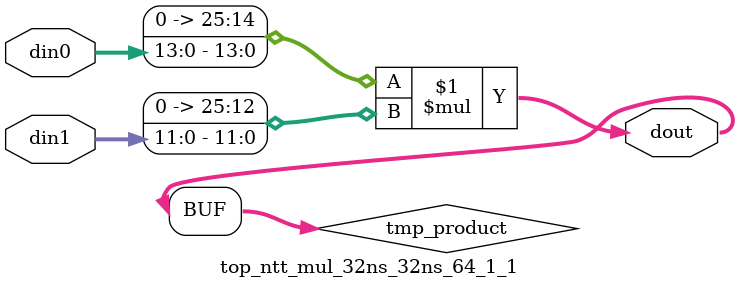
<source format=v>

`timescale 1 ns / 1 ps

 module top_ntt_mul_32ns_32ns_64_1_1(din0, din1, dout);
parameter ID = 1;
parameter NUM_STAGE = 0;
parameter din0_WIDTH = 14;
parameter din1_WIDTH = 12;
parameter dout_WIDTH = 26;

input [din0_WIDTH - 1 : 0] din0; 
input [din1_WIDTH - 1 : 0] din1; 
output [dout_WIDTH - 1 : 0] dout;

wire signed [dout_WIDTH - 1 : 0] tmp_product;
























assign tmp_product = $signed({1'b0, din0}) * $signed({1'b0, din1});











assign dout = tmp_product;





















endmodule

</source>
